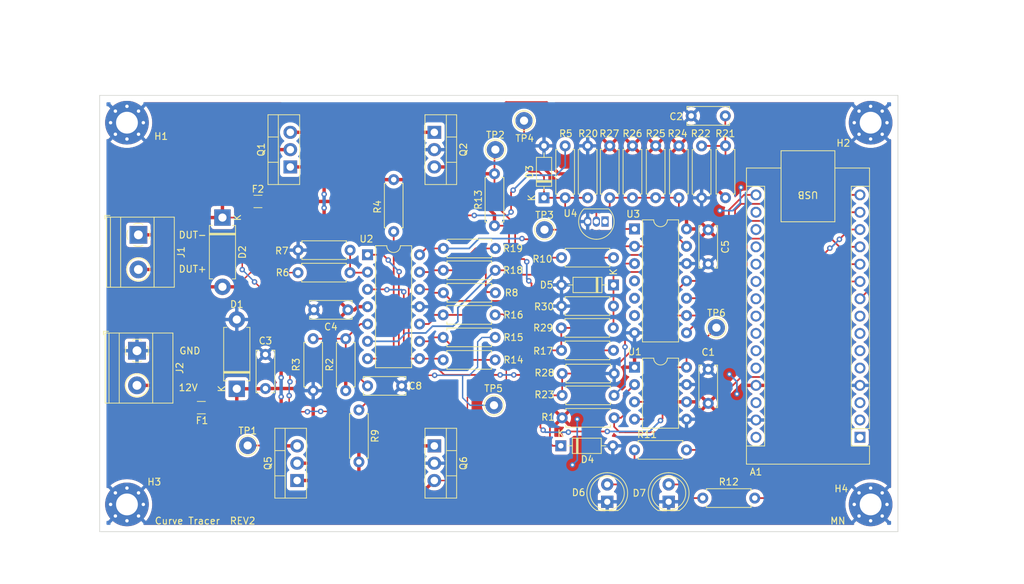
<source format=kicad_pcb>
(kicad_pcb (version 20221018) (generator pcbnew)
  (title_block (title "USB Curve Tracer Layout") (date "2023-08-10") (rev "2"))
  (layers (0 "F.Cu" signal) (31 "B.Cu" signal) (34 "B.Paste" user) (35 "F.Paste" user) (36 "B.SilkS" user "B.Silkscreen") (37 "F.SilkS" user "F.Silkscreen") (38 "B.Mask" user) (39 "F.Mask" user) (44 "Edge.Cuts" user))
  (net 0 "")
  (net 1 "GND")
  (net 4 "+5V")
  (net 10 "Net-(A1-D6)")
  (net 11 "Net-(A1-D7)")
  (net 12 "Net-(A1-D8)")
  (net 13 "Net-(A1-D9)")
  (net 14 "Net-(A1-D10)")
  (net 15 "Net-(A1-D11)")
  (net 16 "+12V")
  (net 17 "Net-(A1-D12)")
  (net 18 "Net-(A1-D13)")
  (net 31 "Net-(U2B-+)")
  (net 32 "/IV_Variation/DUT-")
  (net 33 "/IV_Variation/DUT+")
  (net 34 "Net-(D6-A)")
  (net 35 "Net-(D7-A)")
  (net 36 "Net-(J2-Pin_2)")
  (net 37 "Net-(F2-Pad2)")
  (net 38 "/IV_Variation/Vmiddle")
  (net 39 "V{slash}2")
  (net 40 "Net-(Q1-B)")
  (net 41 "Net-(R4-Pad1)")
  (net 42 "Net-(U2A--)")
  (net 43 "Net-(Q5-B)")
  (net 44 "Net-(U2D-+)")
  (net 45 "Net-(R9-Pad1)")
  (net 46 "Net-(U2C--)")
  (net 47 "/IV_Variation/DUT_V")
  (net 48 "Net-(U2C-+)")
  (net 49 "Net-(U2D--)")
  (net 50 "/IV_Variation/DUT_I")
  (net 51 "Net-(R14-Pad2)")
  (net 52 "/IV_Variation/VADJ")
  (net 56 "Net-(R19-Pad2)")
  (net 57 "Net-(#FLG03-pwr)")
  (footprint "Resistor_THT:R_Axial_DIN0207_L6.3mm_D2.5mm_P7.62mm_Horizontal" (layer "F.Cu") (at 164.492056 76.382944 -90)
    (fp_text reference "R25")
    (fp_text value "10k")
  )
  (footprint "Resistor_THT:R_Axial_DIN0207_L6.3mm_D2.5mm_P7.62mm_Horizontal" (layer "F.Cu") (at 150.79 116.3)
    (fp_text reference "R1")
    (fp_text value "10k")
  )
  (footprint "Resistor_THT:R_Axial_DIN0207_L6.3mm_D2.5mm_P7.62mm_Horizontal" (layer "F.Cu") (at 150.79 109.8)
    (fp_text reference "R28")
    (fp_text value "1k")
  )
  (footprint "TestPoint:TestPoint_THTPad_D2.5mm_Drill1.2mm" (layer "F.Cu") (at 104.697056 120.352944)
    (fp_text reference "TP1")
    (fp_text value "4952")
  )
  (footprint "Diode_THT:D_DO-35_SOD27_P7.62mm_Horizontal" (layer "F.Cu") (at 158.31 96.8 180)
    (fp_text reference "D5")
    (fp_text value "BZX79-C2V4")
  )
  (footprint "Diode_THT:D_DO-15_P10.16mm_Horizontal" (layer "F.Cu") (at 100.997056 86.917944 -90)
    (fp_text reference "D2")
    (fp_text value "SA13CA")
  )
  (footprint "Resistor_THT:R_Axial_DIN0207_L6.3mm_D2.5mm_P7.62mm_Horizontal" (layer "F.Cu") (at 171.397056 128.067944)
    (fp_text reference "R12")
    (fp_text value "619")
  )
  (footprint "Diode_THT:D_DO-35_SOD27_P7.62mm_Horizontal" (layer "F.Cu") (at 148.127056 84.017944 90)
    (fp_text reference "D3")
    (fp_text value "BZX79-C2V4")
  )
  (footprint "TestPoint:TestPoint_THTPad_D2.5mm_Drill1.2mm" (layer "F.Cu") (at 148.2 88.7)
    (fp_text reference "TP3")
    (fp_text value "4952")
  )
  (footprint "Package_TO_SOT_THT:TO-220-3_Vertical" (layer "F.Cu") (at 111.942056 125.492944 90)
    (fp_text reference "Q5")
    (fp_text value "TIP122")
  )
  (footprint "Resistor_THT:R_Axial_DIN0207_L6.3mm_D2.5mm_P7.62mm_Horizontal" (layer "F.Cu") (at 154.527056 84.017944 90)
    (fp_text reference "R20")
    (fp_text value "1k")
  )
  (footprint "Package_DIP:DIP-8_W7.62mm" (layer "F.Cu") (at 161.397056 108.872944)
    (fp_text reference "U1")
    (fp_text value "MCP4911")
  )
  (footprint "Diode_THT:D_DO-35_SOD27_P7.62mm_Horizontal" (layer "F.Cu") (at 150.59 120.4)
    (fp_text reference "D4")
    (fp_text value "BZX79-C2V4")
  )
  (footprint "MountingHole:MountingHole_3.2mm_M3_Pad_Via" (layer "F.Cu") (at 196 73)
    (fp_text reference "H2")
    (fp_text value "M3")
  )
  (footprint "Resistor_THT:R_Axial_DIN0207_L6.3mm_D2.5mm_P7.62mm_Horizontal" (layer "F.Cu") (at 140.967056 107.797944 180)
    (fp_text reference "R14")
    (fp_text value "10k+/-0.1%")
  )
  (footprint "Resistor_THT:R_Axial_DIN0207_L6.3mm_D2.5mm_P7.62mm_Horizontal" (layer "F.Cu") (at 171.227056 76.407944 -90)
    (fp_text reference "R22")
    (fp_text value "10k")
  )
  (footprint "MountingHole:MountingHole_3.2mm_M3_Pad_Via" (layer "F.Cu") (at 87 73)
    (fp_text reference "H1")
    (fp_text value "M3")
  )
  (footprint "Resistor_THT:R_Axial_DIN0207_L6.3mm_D2.5mm_P7.62mm_Horizontal" (layer "F.Cu") (at 157.762056 76.387944 -90)
    (fp_text reference "R27")
    (fp_text value "10k")
  )
  (footprint "Package_TO_SOT_THT:TO-220-3_Vertical" (layer "F.Cu") (at 110.942056 79.492944 90)
    (fp_text reference "Q1")
    (fp_text value "TIP122")
  )
  (footprint "Resistor_THT:R_Axial_DIN0207_L6.3mm_D2.5mm_P7.62mm_Horizontal" (layer "F.Cu") (at 119.067056 112.307944 90)
    (fp_text reference "R2")
    (fp_text value "10k")
  )
  (footprint "Resistor_THT:R_Axial_DIN0207_L6.3mm_D2.5mm_P7.62mm_Horizontal" (layer "F.Cu") (at 161.39 121)
    (fp_text reference "R11")
    (fp_text value "619")
  )
  (footprint "TerminalBlock_Phoenix:TerminalBlock_Phoenix_MKDS-1,5-2-5.08_1x02_P5.08mm_Horizontal" (layer "F.Cu") (at 88.470169 106.453452 -90)
    (fp_text reference "J2")
    (fp_text value "Power Input")
  )
  (footprint "Package_TO_SOT_THT:TO-220-3_Vertical" (layer "F.Cu") (at 132.052056 74.412944 -90)
    (fp_text reference "Q2")
    (fp_text value "TIP127")
  )
  (footprint "Resistor_THT:R_Axial_DIN0207_L6.3mm_D2.5mm_P7.62mm_Horizontal" (layer "F.Cu") (at 151.227056 76.397944 -90)
    (fp_text reference "R5")
    (fp_text value "4.7k")
  )
  (footprint "Capacitor_THT:C_Disc_D6.0mm_W2.5mm_P5.00mm" (layer "F.Cu") (at 174.7 72 180)
    (fp_text reference "C2")
    (fp_text value "0.1uF")
  )
  (footprint "TerminalBlock_Phoenix:TerminalBlock_Phoenix_MKDS-1,5-2-5.08_1x02_P5.08mm_Horizontal" (layer "F.Cu") (at 88.677669 89.453452 -90)
    (fp_text reference "J1")
    (fp_text value "DUT Connector")
  )
  (footprint "Package_DIP:DIP-14_W7.62mm" (layer "F.Cu") (at 161.397056 88.587944)
    (fp_text reference "U3")
    (fp_text value "MCP3204")
  )
  (footprint "Capacitor_THT:C_Disc_D6.0mm_W2.5mm_P5.00mm" (layer "F.Cu") (at 107.297056 111.997944 90)
    (fp_text reference "C3")
    (fp_text value "10uF")
  )
  (footprint "LED_THT:LED_D5.0mm" (layer "F.Cu") (at 157.397056 128.607944 90)
    (fp_text reference "D6")
    (fp_text value "WP7113SGD")
  )
  (footprint "Fuse:Fuse_1206_3216Metric_Pad1.42x1.75mm_HandSolder" (layer "F.Cu") (at 97.9 114.8)
    (fp_text reference "F1")
    (fp_text value "2A")
  )
  (footprint "Capacitor_THT:C_Disc_D6.0mm_W2.5mm_P5.00mm" (layer "F.Cu") (at 172.197056 88.712944 -90)
    (fp_text reference "C5")
    (fp_text value "0.1uF")
  )
  (footprint "Resistor_THT:R_Axial_DIN0207_L6.3mm_D2.5mm_P7.62mm_Horizontal" (layer "F.Cu") (at 158.31 106.4 180)
    (fp_text reference "R17")
    (fp_text value "10k+/-0.1%")
  )
  (footprint "Capacitor_THT:C_Disc_D6.0mm_W2.5mm_P5.00mm" (layer "F.Cu") (at 122.267056 111.612944)
    (fp_text reference "C8")
    (fp_text value "0.1uF")
  )
  (footprint "Resistor_THT:R_Axial_DIN0207_L6.3mm_D2.5mm_P7.62mm_Horizontal" (layer "F.Cu") (at 167.892056 76.387944 -90)
    (fp_text reference "R24")
    (fp_text value "10k")
  )
  (footprint "Resistor_THT:R_Axial_DIN0207_L6.3mm_D2.5mm_P7.62mm_Horizontal" (layer "F.Cu") (at 150.69 92.8)
    (fp_text reference "R10")
    (fp_text value "250k+/-0.1%")
  )
  (footprint "Resistor_THT:R_Axial_DIN0207_L6.3mm_D2.5mm_P7.62mm_Horizontal" (layer "F.Cu") (at 126.097056 88.972944 90)
    (fp_text reference "R4")
    (fp_text value "1k")
  )
  (footprint "Resistor_THT:R_Axial_DIN0207_L6.3mm_D2.5mm_P7.62mm_Horizontal" (layer "F.Cu") (at 158.31 99.9 180)
    (fp_text reference "R30")
    (fp_text value "1k")
  )
  (footprint "Resistor_THT:R_Axial_DIN0207_L6.3mm_D2.5mm_P7.62mm_Horizontal" (layer "F.Cu") (at 140.997056 97.952944 180)
    (fp_text reference "R8")
    (fp_text value "10k+/-0.1%")
  )
  (footprint "Resistor_THT:R_Axial_DIN0207_L6.3mm_D2.5mm_P7.62mm_Horizontal" (layer "F.Cu") (at 161.092056 76.387944 -90)
    (fp_text reference "R26")
    (fp_text value "10k")
  )
  (footprint "MountingHole:MountingHole_3.2mm_M3_Pad_Via" (layer "F.Cu") (at 196 129)
    (fp_text reference "H4")
    (fp_text value "M3")
  )
  (footprint "Resistor_THT:R_Axial_DIN0207_L6.3mm_D2.5mm_P7.62mm_Horizontal" (layer "F.Cu") (at 174.727056 84.007944 90)
    (fp_text reference "R21")
    (fp_text value "14k")
  )
  (footprint "Resistor_THT:R_Axial_DIN0207_L6.3mm_D2.5mm_P7.62mm_Horizontal" (layer "F.Cu") (at 140.967056 104.497944 180)
    (fp_text reference "R15")
    (fp_text value "10k+/-0.1%")
  )
  (footprint "Resistor_THT:R_Axial_DIN0207_L6.3mm_D2.5mm_P7.62mm_Horizontal" (layer "F.Cu") (at 140.967056 101.197944 180)
    (fp_text reference "R16")
    (fp_text value "10k+/-0.1%")
  )
  (footprint "TestPoint:TestPoint_THTPad_D2.5mm_Drill1.2mm" (layer "F.Cu") (at 145.2 72.7)
    (fp_text reference "TP4")
    (fp_text value "4952")
  )
  (footprint "Module:Arduino_Nano" (layer "F.Cu") (at 194.437056 119.152944 180)
    (fp_text reference "A1")
    (fp_text value "Arduino_Nano_v3.x")
  )
  (footprint "Diode_THT:D_DO-15_P10.16mm_Horizontal" (layer "F.Cu") (at 103.097056 112.032944 90)
    (fp_text reference "D1")
    (fp_text value "SA13A")
  )
  (footprint "Package_TO_SOT_THT:TO-92_Inline" (layer "F.Cu") (at 157.07 87.5 180)
    (fp_text reference "U4")
    (fp_text value "LM385BZ-2.5")
  )
  (footprint "TestPoint:TestPoint_THTPad_D2.5mm_Drill1.2mm" (layer "F.Cu") (at 140.997056 76.952944)
    (fp_text reference "TP2")
    (fp_text value "4952")
  )
  (footprint "Capacitor_THT:C_Disc_D6.0mm_W2.5mm_P5.00mm" (layer "F.Cu") (at 172.197056 114.172944 90)
    (fp_text reference "C1")
    (fp_text value "0.1uF")
  )
  (footprint "MountingHole:MountingHole_3.2mm_M3_Pad_Via" (layer "F.Cu") (at 87 129)
    (fp_text reference "H3")
    (fp_text value "M3")
  )
  (footprint "Resistor_THT:R_Axial_DIN0207_L6.3mm_D2.5mm_P7.62mm_Horizontal" (layer "F.Cu") (at 140.997056 91.452944 180)
    (fp_text reference "R19")
    (fp_text value "250k+/-0.1%")
  )
  (footprint "Package_TO_SOT_THT:TO-220-3_Vertical" (layer "F.Cu") (at 132.052056 120.412944 -90)
    (fp_text reference "Q6")
    (fp_text value "TIP127")
  )
  (footprint "Resistor_THT:R_Axial_DIN0207_L6.3mm_D2.5mm_P7.62mm_Horizontal" (layer "F.Cu") (at 140.867056 88.112944 90)
    (fp_text reference "R13")
    (fp_text value "0.1+/-0.1%")
  )
  (footprint "Resistor_THT:R_Axial_DIN0207_L6.3mm_D2.5mm_P7.62mm_Horizontal" (layer "F.Cu") (at 150.66 103.105)
    (fp_text reference "R29")
    (fp_text value "4.7k")
  )
  (footprint "Resistor_THT:R_Axial_DIN0207_L6.3mm_D2.5mm_P7.62mm_Horizontal" (layer "F.Cu") (at 158.4 113 180)
    (fp_text reference "R23")
    (fp_text value "3240")
  )
  (footprint "Resistor_THT:R_Axial_DIN0207_L6.3mm_D2.5mm_P7.62mm_Horizontal" (layer "F.Cu") (at 140.987056 94.652944 180)
    (fp_text reference "R18")
    (fp_text value "10k+/-0.1%")
  )
  (footprint "Fuse:Fuse_1206_3216Metric_Pad1.42x1.75mm_HandSolder" (layer "F.Cu") (at 106.197056 84.552944)
    (fp_text reference "F2")
    (fp_text value "1A")
  )
  (footprint "LED_THT:LED_D5.0mm" (layer "F.Cu") (at 166.397056 128.607944 90)
    (fp_text reference "D7")
    (fp_text value "WP7113ID")
  )
  (footprint "Resistor_THT:R_Axial_DIN0207_L6.3mm_D2.5mm_P7.62mm_Horizontal" (layer "F.Cu") (at 120.997056 115.142944 -90)
    (fp_text reference "R9")
    (fp_text value "1k")
  )
  (footprint "Capacitor_THT:C_Disc_D6.0mm_W2.5mm_P5.00mm" (layer "F.Cu") (at 119.387056 100.452944 180)
    (fp_text reference "C4")
    (fp_text value "0.1uF")
  )
  (footprint "Package_DIP:DIP-14_W7.62mm" (layer "F.Cu") (at 122.267056 92.372944)
    (fp_text reference "U2")
    (fp_text value "LMC6484IN")
  )
  (footprint "TestPoint:TestPoint_THTPad_D2.5mm_Drill1.2mm" (layer "F.Cu") (at 140.797056 114.452944)
    (fp_text reference "TP5")
    (fp_text value "TestPoint")
  )
  (footprint "TestPoint:TestPoint_THTPad_D2.5mm_Drill1.2mm" (layer "F.Cu") (at 173.397056 103.067944)
    (fp_text reference "TP6")
    (fp_text value "TestPoint")
  )
  (footprint "Resistor_THT:R_Axial_DIN0207_L6.3mm_D2.5mm_P7.62mm_Horizontal" (layer "F.Cu") (at 119.71 91.7 180)
    (fp_text reference "R7")
    (fp_text value "10k")
  )
  (footprint "Resistor_THT:R_Axial_DIN0207_L6.3mm_D2.5mm_P7.62mm_Horizontal" (layer "F.Cu") (at 114.297056 104.687944 -90)
    (fp_text reference "R3")
    (fp_text value "10k")
  )
  (footprint "Resistor_THT:R_Axial_DIN0207_L6.3mm_D2.5mm_P7.62mm_Horizontal" (layer "F.Cu") (at 119.687056 94.997944 180)
    (fp_text reference "R6")
    (fp_text value "10k")
  )
  (gr_line (start 200 69) (end 200 133) (stroke (width 0.1)) (layer "Edge.Cuts"))
  (gr_line (start 200 133) (end 83 133) (stroke (width 0.1)) (layer "Edge.Cuts"))
  (gr_line (start 83 133) (end 83 69) (stroke (width 0.1)) (layer "Edge.Cuts"))
  (gr_line (start 83 69) (end 200 69) (stroke (width 0.1)) (layer "Edge.Cuts"))
  (gr_text "12V" (at 94.500169 112.453452) (layer "F.SilkS") (effects (font (size 1 1)) (justify left bottom)))
  (gr_text "MN" (at 190 132) (layer "F.SilkS") (effects (font (size 1 1)) (justify left bottom)))
  (gr_text "REV2" (at 102 132) (layer "F.SilkS") (effects (font (size 1 1)) (justify left bottom)))
  (gr_text "DUT+" (at 94.500169 95.053452) (layer "F.SilkS") (effects (font (size 1 1)) (justify left bottom)))
  (gr_text "DUT-" (at 94.500169 90.053452) (layer "F.SilkS") (effects (font (size 1 1)) (justify left bottom)))
  (gr_text "Curve Tracer" (at 91 132) (layer "F.SilkS") (effects (font (size 1 1)) (justify left bottom)))
  (gr_text "GND" (at 94.600169 107.053452) (layer "F.SilkS") (effects (font (size 1 1)) (justify left bottom)))
  (via (at 153 116.5) (size 0.8) (drill 0.4) (layers "F.Cu" "B.Cu") (net 4))
  (via (at 175.3 109.9) (size 0.8) (drill 0.4) (layers "F.Cu" "B.Cu") (net 4))
  (via (at 176.4 112.8) (size 0.8) (drill 0.4) (layers "F.Cu" "B.Cu") (net 4))
  (via (at 173.9 85.9) (size 0.8) (drill 0.4) (layers "F.Cu" "B.Cu") (net 4))
  (via (at 152.3 123.2) (size 0.8) (drill 0.4) (layers "F.Cu" "B.Cu") (net 4))
  (via (at 177 82.5) (size 0.8) (drill 0.4) (layers "F.Cu" "B.Cu") (net 4))
  (segment (start 175.8 85.9) (end 176.9 84.8) (width 0.25) (layer "B.Cu") (net 4))
  (segment (start 173.9 85.9) (end 175.8 85.9) (width 0.25) (layer "B.Cu") (net 4))
  (segment (start 175.3 109.9) (end 176.4 111) (width 0.25) (layer "B.Cu") (net 4))
  (segment (start 153 116.5) (end 153 122.5) (width 0.25) (layer "B.Cu") (net 4))
  (segment (start 176.9 84.8) (end 176.9 82.6) (width 0.25) (layer "B.Cu") (net 4))
  (segment (start 176.9 82.6) (end 177 82.5) (width 0.25) (layer "B.Cu") (net 4))
  (segment (start 153 122.5) (end 152.3 123.2) (width 0.25) (layer "B.Cu") (net 4))
  (segment (start 176.4 111) (end 176.4 112.8) (width 0.25) (layer "B.Cu") (net 4))
  (segment (start 174.727056 79.407944) (end 175.627056 80.307944) (width 0.25) (layer "F.Cu") (net 10))
  (segment (start 195.527056 80.307944) (end 196.527056 81.307944) (width 0.25) (layer "F.Cu") (net 10))
  (segment (start 175.627056 80.307944) (end 195.527056 80.307944) (width 0.25) (layer "F.Cu") (net 10))
  (segment (start 196.527056 96.742944) (end 194.437056 98.832944) (width 0.25) (layer "F.Cu") (net 10))
  (segment (start 174.707056 76.407944) (end 174.727056 76.387944) (width 0.25) (layer "F.Cu") (net 10))
  (segment (start 196.527056 81.307944) (end 196.527056 96.742944) (width 0.25) (layer "F.Cu") (net 10))
  (segment (start 174.7 76.360888) (end 174.727056 76.387944) (width 0.25) (layer "F.Cu") (net 10))
  (segment (start 171.227056 76.407944) (end 174.707056 76.407944) (width 0.25) (layer "F.Cu") (net 10))
  (segment (start 174.727056 76.387944) (end 174.727056 79.407944) (width 0.25) (layer "F.Cu") (net 10))
  (segment (start 174.7 72) (end 174.7 76.360888) (width 0.25) (layer "F.Cu") (net 10))
  (segment (start 182.167056 128.067944) (end 189.527056 120.707944) (width 0.25) (layer "F.Cu") (net 11))
  (segment (start 189.527056 98.107944) (end 191.342056 96.292944) (width 0.25) (layer "F.Cu") (net 11))
  (segment (start 191.342056 96.292944) (end 194.437056 96.292944) (width 0.25) (layer "F.Cu") (net 11))
  (segment (start 189.527056 120.707944) (end 189.527056 98.107944) (width 0.25) (layer "F.Cu") (net 11))
  (segment (start 179.017056 128.067944) (end 182.167056 128.067944) (width 0.25) (layer "F.Cu") (net 11))
  (segment (start 174.819112 121) (end 175.627056 121.807944) (width 0.25) (layer "F.Cu") (net 12))
  (segment (start 169.01 121) (end 174.819112 121) (width 0.25) (layer "F.Cu") (net 12))
  (segment (start 175.627056 121.807944) (end 185.927056 121.807944) (width 0.25) (layer "F.Cu") (net 12))
  (segment (start 185.927056 121.807944) (end 187.527056 120.207944) (width 0.25) (layer "F.Cu") (net 12))
  (segment (start 187.527056 97.907944) (end 191.682056 93.752944) (width 0.25) (layer "F.Cu") (net 12))
  (segment (start 191.682056 93.752944) (end 194.437056 93.752944) (width 0.25) (layer "F.Cu") (net 12))
  (segment (start 187.527056 120.207944) (end 187.527056 97.907944) (width 0.25) (layer "F.Cu") (net 12))
  (segment (start 177.827056 90.307944) (end 178.127056 90.007944) (width 0.25) (layer "F.Cu") (net 13))
  (segment (start 177.827056 95.207944) (end 177.827056 90.307944) (width 0.25) (layer "F.Cu") (net 13))
  (segment (start 190.227056 90.007944) (end 191.432056 91.212944) (width 0.25) (layer "F.Cu") (net 13))
  (segment (start 172.127056 100.707944) (end 172.327056 100.707944) (width 0.25) (layer "F.Cu") (net 13))
  (segment (start 178.127056 90.007944) (end 190.227056 90.007944) (width 0.25) (layer "F.Cu") (net 13))
  (segment (start 172.127056 100.717944) (end 172.127056 100.707944) (width 0.25) (layer "F.Cu") (net 13))
  (segment (start 169.017056 103.827944) (end 172.127056 100.717944) (width 0.25) (layer "F.Cu") (net 13))
  (segment (start 191.432056 91.212944) (end 194.437056 91.212944) (width 0.25) (layer "F.Cu") (net 13))
  (segment (start 172.327056 100.707944) (end 177.827056 95.207944) (width 0.25) (layer "F.Cu") (net 13))
  (segment (start 158.41 117.61) (end 159.2 118.4) (width 0.25) (layer "F.Cu") (net 14))
  (segment (start 185.227056 110.307944) (end 177.027056 110.307944) (width 0.25) (layer "F.Cu") (net 14))
  (segment (start 174.727056 112.607944) (end 174.727056 116.807944) (width 0.25) (layer "F.Cu") (net 14))
  (segment (start 186.627056 108.907944) (end 185.227056 110.307944) (width 0.25) (layer "F.Cu") (net 14))
  (segment (start 159.8 113.01) (end 161.397056 111.412944) (width 0.25) (layer "F.Cu") (net 14))
  (segment (start 158.41 116.3) (end 158.41 117.61) (width 0.25) (layer "F.Cu") (net 14))
  (segment (start 173.127056 118.407944) (end 160.027056 118.407944) (width 0.25) (layer "F.Cu") (net 14))
  (segment (start 186.627056 94.807944) (end 186.627056 108.907944) (width 0.25) (layer "F.Cu") (net 14))
  (segment (start 159.2 118.4) (end 160.019112 118.4) (width 0.25) (layer "F.Cu") (net 14))
  (segment (start 192.862056 88.672944) (end 194.437056 88.672944) (width 0.25) (layer "F.Cu") (net 14))
  (segment (start 158.41 116.3) (end 159.4 116.3) (width 0.25) (layer "F.Cu") (net 14))
  (segment (start 177.027056 110.307944) (end 174.727056 112.607944) (width 0.25) (layer "F.Cu") (net 14))
  (segment (start 174.727056 116.807944) (end 173.127056 118.407944) (width 0.25) (layer "F.Cu") (net 14))
  (segment (start 160.019112 118.4) (end 160.027056 118.407944) (width 0.25) (layer "F.Cu") (net 14))
  (segment (start 190.027056 91.407944) (end 186.627056 94.807944) (width 0.25) (layer "F.Cu") (net 14))
  (segment (start 159.8 115.9) (end 159.8 113.01) (width 0.25) (layer "F.Cu") (net 14))
  (segment (start 191.427056 90.107944) (end 192.862056 88.672944) (width 0.25) (layer "F.Cu") (net 14))
  (segment (start 159.4 116.3) (end 159.8 115.9) (width 0.25) (layer "F.Cu") (net 14))
  (via (at 190.027056 91.407944) (size 0.8) (drill 0.4) (layers "F.Cu" "B.Cu") (net 14))
  (via (at 191.427056 90.107944) (size 0.8) (drill 0.4) (layers "F.Cu" "B.Cu") (net 14))
  (segment (start 190.127056 91.407944) (end 191.427056 90.107944) (width 0.25) (layer "B.Cu") (net 14))
  (segment (start 190.027056 91.407944) (end 190.127056 91.407944) (width 0.25) (layer "B.Cu") (net 14))
  (segment (start 170.347056 101.287944) (end 172.027056 99.607944) (width 0.25) (layer "F.Cu") (net 15))
  (segment (start 164.627056 115.507944) (end 164.627056 104.107944) (width 0.25) (layer "F.Cu") (net 15))
  (segment (start 177.827056 87.407944) (end 189.027056 87.407944) (width 0.25) (layer "F.Cu") (net 15))
  (segment (start 172.427056 99.607944) (end 177.027056 95.007944) (width 0.25) (layer "F.Cu") (net 15))
  (segment (start 189.027056 87.407944) (end 190.302056 86.132944) (width 0.25) (layer "F.Cu") (net 15))
  (segment (start 164.627056 104.107944) (end 167.447056 101.287944) (width 0.25) (layer "F.Cu") (net 15))
  (segment (start 172.027056 99.607944) (end 172.427056 99.607944) (width 0.25) (layer "F.Cu") (net 15))
  (segment (start 177.027056 88.207944) (end 177.827056 87.407944) (width 0.25) (layer "F.Cu") (net 15))
  (segment (start 163.642056 116.492944) (end 164.627056 115.507944) (width 0.25) (layer "F.Cu") (net 15))
  (segment (start 169.017056 101.287944) (end 170.347056 101.287944) (width 0.25) (layer "F.Cu") (net 15))
  (segment (start 167.447056 101.287944) (end 169.017056 101.287944) (width 0.25) (layer "F.Cu") (net 15))
  (segment (start 190.302056 86.132944) (end 194.437056 86.132944) (width 0.25) (layer "F.Cu") (net 15))
  (segment (start 161.397056 116.492944) (end 163.642056 116.492944) (width 0.25) (layer "F.Cu") (net 15))
  (segment (start 177.027056 95.007944) (end 177.027056 88.207944) (width 0.25) (layer "F.Cu") (net 15))
  (segment (start 115.9 96.965888) (end 119.387056 100.452944) (width 0.5) (layer "F.Cu") (net 16))
  (segment (start 108.4 77) (end 108.4 72.3) (width 0.5) (layer "F.Cu") (net 16))
  (segment (start 114.3 122.3) (end 113.647056 122.952944) (width 0.5) (layer "F.Cu") (net 16))
  (segment (start 118.6 110.2) (end 119.067056 110.667056) (width 0.5) (layer "F.Cu") (net 16))
  (segment (start 112.1 105.9) (end 112.1 103) (width 0.5) (layer "F.Cu") (net 16))
  (segment (start 150.3 80.5) (end 171.219112 80.5) (width 0.5) (layer "F.Cu") (net 16))
  (segment (start 112.1 103) (end 112.5 102.6) (width 0.5) (layer "F.Cu") (net 16))
  (segment (start 114.3 114.5) (end 114.3 122.3) (width 0.5) (layer "F.Cu") (net 16))
  (segment (start 113.647056 122.952944) (end 111.942056 122.952944) (width 0.5) (layer "F.Cu") (net 16))
  (segment (start 120.807056 99.992944) (end 122.267056 99.992944) (width 0.5) (layer "F.Cu") (net 16))
  (segment (start 112 111.6) (end 112 110.9) (width 0.5) (layer "F.Cu") (net 16))
  (segment (start 109.7 71) (end 141.7 71) (width 0.5) (layer "F.Cu") (net 16))
  (segment (start 111.75 111.85) (end 112.3 112.4) (width 0.5) (layer "F.Cu") (net 16))
  (segment (start 112.3 112.4) (end 112.3 114) (width 0.5) (layer "F.Cu") (net 16))
  (segment (start 149.6 79.8) (end 150.3 80.5) (width 0.5) (layer "F.Cu") (net 16))
  (segment (start 141.7 71) (end 142.6 70.1) (width 0.5) (layer "F.Cu") (net 16))
  (segment (start 112.3 114) (end 112.6 114.3) (width 0.5) (layer "F.Cu") (net 16))
  (segment (start 108.4 78.2) (end 108.4 81.1) (width 0.5) (layer "F.Cu") (net 16))
  (segment (start 115.9 82.2) (end 115.9 83.5) (width 0.5) (layer "F.Cu") (net 16))
  (segment (start 114.1 114.3) (end 114.3 114.5) (width 0.5) (layer "F.Cu") (net 16))
  (segment (start 111.75 111.85) (end 112 111.6) (width 0.5) (layer "F.Cu") (net 16))
  (segment (start 108.4 78.2) (end 108.4 77) (width 0.5) (layer "F.Cu") (net 16))
  (segment (start 103.097056 112.032944) (end 107.262056 112.032944) (width 0.5) (layer "F.Cu") (net 16))
  (segment (start 120.347056 100.452944) (end 120.807056 99.992944) (width 0.5) (layer "F.Cu") (net 16))
  (segment (start 112.6 114.3) (end 114.1 114.3) (width 0.5) (layer "F.Cu") (net 16))
  (segment (start 113.5 110.2) (end 118.6 110.2) (width 0.5) (layer "F.Cu") (net 16))
  (segment (start 113 81.9) (end 115.6 81.9) (width 0.5) (layer "F.Cu") (net 16))
  (segment (start 108.4 72.3) (end 109.7 71) (width 0.5) (layer "F.Cu") (net 16))
  (segment (start 108.9 77) (end 108.4 77) (width 0.5) (layer "F.Cu") (net 16))
  (segment (start 115.6 81.9) (end 115.9 82.2) (width 0.5) (layer "F.Cu") (net 16))
  (segment (start 108.6 81.3) (end 109.2 81.9) (width 0.5) (layer "F.Cu") (net 16))
  (segment (start 112.7 110.2) (end 113.5 110.2) (width 0.5) (layer "F.Cu") (net 16))
  (segment (start 171.219112 80.5) (end 174.727056 84.007944) (width 0.5) (layer "F.Cu") (net 16))
  (segment (start 107.297056 111.997944) (end 111.602056 111.997944) (width 0.5) (layer "F.Cu") (net 16))
  (segment (start 110.942056 76.952944) (end 108.947056 76.952944) (width 0.5) (layer "F.Cu") (net 16))
  (segment (start 112 110.9) (end 112.7 110.2) (width 0.5) (layer "F.Cu") (net 16))
  (segment (start 119.387056 100.452944) (end 120.347056 100.452944) (width 0.5) (layer "F.Cu") (net 16))
  (segment (start 117.24 102.6) (end 119.387056 100.452944) (width 0.5) (layer "F.Cu") (net 16))
  (segment (start 108.4 81.1) (end 108.6 81.3) (width 0.5) (layer "F.Cu") (net 16))
  (segment (start 113.5 110.2) (end 113.5 107.3) (width 0.5) (layer "F.Cu") (net 16))
  (segment (start 112.5 102.6) (end 117.24 102.6) (width 0.5) (layer "F.Cu") (net 16))
  (segment (start 111.602056 111.997944) (end 111.75 111.85) (width 0.5) (layer "F.Cu") (net 16))
  (segment (start 148.5 70.1) (end 149.6 71.2) (width 0.5) (layer "F.Cu") (net 16))
  (segment (start 142.6 70.1) (end 148.5 70.1) (width 0.5) (layer "F.Cu") (net 16))
  (segment (start 103.097056 114.002944) (end 103.097056 112.032944) (width 0.5) (layer "F.Cu") (net 16))
  (segment (start 109.2 81.9) (end 113 81.9) (width 0.5) (layer "F.Cu") (net 16))
  (segment (start 102.3 114.8) (end 103.097056 114.002944) (width 0.5) (layer "F.Cu") (net 16))
  (segment (start 113.5 107.3) (end 112.1 105.9) (width 0.5) (layer "F.Cu") (net 16))
  (segment (start 119.067056 110.667056) (end 119.067056 112.307944) (width 0.5) (layer "F.Cu") (net 16))
  (segment (start 107.262056 112.032944) (end 107.297056 111.997944) (width 0.5) (layer "F.Cu") (net 16))
  (segment (start 108.947056 76.952944) (end 108.9 77) (width 0.5) (layer "F.Cu") (net 16))
  (segment (start 115.9 85.5) (end 115.9 96.965888) (width 0.5) (layer "F.Cu") (net 16))
  (segment (start 99.3875 114.8) (end 102.3 114.8) (width 0.5) (layer "F.Cu") (net 16))
  (segment (start 149.6 71.2) (end 149.6 79.8) (width 0.5) (layer "F.Cu") (net 16))
  (via (at 115.9 83.5) (size 0.8) (drill 0.4) (layers "F.Cu" "B.Cu") (net 16))
  (via (at 115.9 85.5) (size 0.8) (drill 0.4) (layers "F.Cu" "B.Cu") (net 16))
  (segment (start 115.9 83.5) (end 115.9 85.5) (width 0.5) (layer "B.Cu") (net 16))
  (segment (start 177.027056 84.907944) (end 187.927056 84.907944) (width 0.25) (layer "F.Cu") (net 17))
  (segment (start 169.017056 98.747944) (end 172.287056 98.747944) (width 0.25) (layer "F.Cu") (net 17))
  (segment (start 176.127056 94.907944) (end 176.127056 85.807944) (width 0.25) (layer "F.Cu") (net 17))
  (segment (start 189.242056 83.592944) (end 194.437056 83.592944) (width 0.25) (layer "F.Cu") (net 17))
  (segment (start 172.287056 98.747944) (end 176.127056 94.907944) (width 0.25) (layer "F.Cu") (net 17))
  (segment (start 176.127056 85.807944) (end 177.027056 84.907944) (width 0.25) (layer "F.Cu") (net 17))
  (segment (start 187.927056 84.907944) (end 189.242056 83.592944) (width 0.25) (layer "F.Cu") (net 17))
  (segment (start 177.442056 83.592944) (end 175.227056 85.807944) (width 0.25) (layer "F.Cu") (net 18))
  (segment (start 161.397056 113.952944) (end 162.882056 113.952944) (width 0.25) (layer "F.Cu") (net 18))
  (segment (start 169.017056 96.207944) (end 174.027056 96.207944) (width 0.25) (layer "F.Cu") (net 18))
  (segment (start 179.197056 83.592944) (end 177.442056 83.592944) (width 0.25) (layer "F.Cu") (net 18))
  (segment (start 175.227056 85.807944) (end 175.227056 95.007944) (width 0.25) (layer "F.Cu") (net 18))
  (segment (start 174.027056 96.207944) (end 175.227056 95.007944) (width 0.25) (layer "F.Cu") (net 18))
  (segment (start 163.527056 101.697944) (end 169.017056 96.207944) (width 0.25) (layer "F.Cu") (net 18))
  (segment (start 162.882056 113.952944) (end 163.527056 113.307944) (width 0.25) (layer "F.Cu") (net 18))
  (segment (start 163.527056 113.307944) (end 163.527056 101.697944) (width 0.25) (layer "F.Cu") (net 18))
  (segment (start 114.297056 104.687944) (end 119.067056 104.687944) (width 0.25) (layer "F.Cu") (net 31))
  (segment (start 121.222056 102.532944) (end 122.267056 102.532944) (width 0.25) (layer "F.Cu") (net 31))
  (segment (start 119.067056 104.687944) (end 121.222056 102.532944) (width 0.25) (layer "F.Cu") (net 31))
  (segment (start 119.067056 104.687944) (end 119.067056 108.412944) (width 0.25) (layer "F.Cu") (net 31))
  (segment (start 119.067056 108.412944) (end 122.267056 111.612944) (width 0.25) (layer "F.Cu") (net 31))
  (segment (start 103.897056 87.902944) (end 103.9 87.9) (width 0.25) (layer "F.Cu") (net 32))
  (segment (start 132.097056 110.052944) (end 130.497056 110.052944) (width 0.2) (layer "F.Cu") (net 32))
  (segment (start 110.772757 114.228645) (end 111.949986 115.405874) (width 0.2) (layer "F.Cu") (net 32))
  (segment (start 119.797056 116.852944) (end 118.297056 115.352944) (width 0.2) (layer "F.Cu") (net 32))
  (segment (start 123.597056 116.852944) (end 119.797056 116.852944) (width 0.2) (layer "F.Cu") (net 32))
  (segment (start 129.897056 110.652944) (end 129.897056 112.752944) (width 0.2) (layer "F.Cu") (net 32))
  (segment (start 129.897056 112.752944) (end 128.197056 114.452944) (width 0.2) (layer "F.Cu") (net 32))
  (segment (start 102.917944 86.917944) (end 103.9 87.9) (width 0.25) (layer "F.Cu") (net 32))
  (segment (start 110.895617 101.551505) (end 110.895617 110.996321) (width 0.2) (layer "F.Cu") (net 32))
  (segment (start 103.897056 92.352944) (end 103.897056 94.552944) (width 0.2) (layer "F.Cu") (net 32))
  (segment (start 125.997056 114.452944) (end 123.597056 116.852944) (width 0.2) (layer "F.Cu") (net 32))
  (segment (start 111.949986 115.405874) (end 113.4505 115.405874) (width 0.2) (layer "F.Cu") (net 32))
  (segment (start 100.997056 84.902944) (end 101.4 84.5) (width 0.5) (layer "F.Cu") (net 32))
  (segment (start 98.282056 86.917944) (end 100.997056 86.917944) (width 0.5) (layer "F.Cu") (net 32))
  (segment (start 110.772757 113.036121) (end 110.772757 114.228645) (width 0.2) (layer "F.Cu") (net 32))
  (segment (start 97.346548 89.453452) (end 98 88.8) (width 0.5) (layer "F.Cu") (net 32))
  (segment (start 98 87.2) (end 98.282056 86.917944) (width 0.5) (layer "F.Cu") (net 32))
  (segment (start 118.297056 115.352944) (end 115.397056 115.352944) (width 0.2) (layer "F.Cu") (net 32))
  (segment (start 103.897056 92.352944) (end 103.897056 87.902944) (width 0.25) (layer "F.Cu") (net 32))
  (segment (start 100.997056 86.917944) (end 102.917944 86.917944) (width 0.25) (layer "F.Cu") (net 32))
  (segment (start 101.4 84.5) (end 104.656612 84.5) (width 0.5) (layer "F.Cu") (net 32))
  (segment (start 98 88.8) (end 98 87.2) (width 0.5) (layer "F.Cu") (net 32))
  (segment (start 88.677669 89.453452) (end 97.346548 89.453452) (width 0.5) (layer "F.Cu") (net 32))
  (segment (start 100.997056 86.917944) (end 100.997056 84.902944) (width 0.5) (layer "F.Cu") (net 32))
  (segment (start 105.697056 96.352944) (end 110.895617 101.551505) (width 0.2) (layer "F.Cu") (net 32))
  (segment (start 130.497056 110.052944) (end 129.897056 110.652944) (width 0.2) (layer "F.Cu") (net 32))
  (segment (start 104.656612 84.5) (end 104.709556 84.552944) (width 0.5) (layer "F.Cu") (net 32))
  (segment (start 128.197056 114.452944) (end 125.997056 114.452944) (width 0.2) (layer "F.Cu") (net 32))
  (via (at 113.4505 115.405874) (size 0.8) (drill 0.4) (layers "F.Cu" "B.Cu") (net 32))
  (via (at 115.397056 115.352944) (size 0.8) (drill 0.4) (layers "F.Cu" "B.Cu") (net 32))
  (via (at 132.097056 110.052944) (size 0.8) (drill 0.4) (layers "F.Cu" "B.Cu") (net 32))
  (via (at 110.895617 110.996321) (size 0.8) (drill 0.4) (layers "F.Cu" "B.Cu") (net 32))
  (via (at 105.697056 96.352944) (size 0.8) (drill 0.4) (layers "F.Cu" "B.Cu") (net 32))
  (via (at 103.897056 94.552944) (size 0.8) (drill 0.4) (layers "F.Cu" "B.Cu") (net 32))
  (via (at 110.772757 113.036121) (size 0.8) (drill 0.4) (layers "F.Cu" "B.Cu") (net 32))
  (segment (start 115.397056 115.352944) (end 113.50343 115.352944) (width 0.2) (layer "B.Cu") (net 32))
  (segment (start 110.772757 111.119181) (end 110.772757 113.036121) (width 0.2) (layer "B.Cu") (net 32))
  (segment (start 136.197056 113.352944) (end 137.297056 114.452944) (width 0.2) (layer "B.Cu") (net 32))
  (segment (start 136.197056 110.052944) (end 137.197056 110.052944) (width 0.2) (layer "B.Cu") (net 32))
  (segment (start 132.097056 110.052944) (end 136.197056 110.052944) (width 0.2) (layer "B.Cu") (net 32))
  (segment (start 138.397056 108.852944) (end 138.397056 105.152944) (width 0.2) (layer "B.Cu") (net 32))
  (segment (start 139.052056 104.497944) (end 140.967056 104.497944) (width 0.2) (layer "B.Cu") (net 32))
  (segment (start 137.297056 114.452944) (end 140.797056 114.452944) (width 0.2) (layer "B.Cu") (net 32))
  (segment (start 110.895617 110.996321) (end 110.772757 111.119181) (width 0.2) (layer "B.Cu") (net 32))
  (segment (start 113.50343 115.352944) (end 113.4505 115.405874) (width 0.2) (layer "B.Cu") (net 32))
  (segment (start 137.197056 110.052944) (end 138.397056 108.852944) (width 0.2) (layer "B.Cu") (net 32))
  (segment (start 103.897056 94.552944) (end 105.697056 96.352944) (width 0.2) (layer "B.Cu") (net 32))
  (segment (start 138.397056 105.152944) (end 139.052056 104.497944) (width 0.2) (layer "B.Cu") (net 32))
  (segment (start 136.197056 110.052944) (end 136.197056 113.352944) (width 0.2) (layer "B.Cu") (net 32))
  (segment (start 109.6 120.412944) (end 109.387056 120.412944) (width 0.5) (layer "F.Cu") (net 33))
  (segment (start 136.9 113.3) (end 138.6 111.6) (width 0.2) (layer "F.Cu") (net 33))
  (segment (start 98.3 97.1) (end 98.322056 97.077944) (width 0.5) (layer "F.Cu") (net 33))
  (segment (start 109.387056 120.412944) (end 109.2 120.6) (width 0.5) (layer "F.Cu") (net 33))
  (segment (start 111.942056 120.412944) (end 109.6 120.412944) (width 0.5) (layer "F.Cu") (net 33))
  (segment (start 136.107056 125.492944) (end 136.9 124.7) (width 0.2) (layer "F.Cu") (net 33))
  (segment (start 105.102056 94.997944) (end 104.2 95.9) (width 0.2) (layer "F.Cu") (net 33))
  (segment (start 104.697056 120.352944) (end 106.452944 120.352944) (width 0.25) (layer "F.Cu") (net 33))
  (segment (start 104.2 95.9) (end 104.2 97.077944) (width 0.2) (layer "F.Cu") (net 33))
  (segment (start 142.1 101.1) (end 141.065 101.1) (width 0.2) (layer "F.Cu") (net 33))
  (segment (start 129.645 127.9) (end 132.052056 125.492944) (width 0.5) (layer "F.Cu") (net 33))
  (segment (start 142.6 111.3) (end 142.6 101.6) (width 0.2) (layer "F.Cu") (net 33))
  (segment (start 142.3 111.6) (end 142.6 111.3) (width 0.2) (layer "F.Cu") (net 33))
  (segment (start 109.6 102.3) (end 109.6 110.4) (width 0.5) (layer "F.Cu") (net 33))
  (segment (start 112.067056 94.997944) (end 105.102056 94.997944) (width 0.2) (layer "F.Cu") (net 33))
  (segment (start 96.933452 94.533452) (end 97.8 95.4) (width 0.5) (layer "F.Cu") (net 33))
  (segment (start 106.452944 120.352944) (end 107.4 121.3) (width 0.25) (layer "F.Cu") (net 33))
  (segment (start 109.2 120.6) (end 109.2 121.3) (width 0.5) (layer "F.Cu") (net 33))
  (segment (start 132.052056 125.492944) (end 136.107056 125.492944) (width 0.2) (layer "F.Cu") (net 33))
  (segment (start 142.6 101.6) (end 142.1 101.1) (width 0.2) (layer "F.Cu") (net 33))
  (segment (start 97.8 95.4) (end 97.8 96.6) (width 0.5) (layer "F.Cu") (net 33))
  (segment (start 98.322056 97.077944) (end 100.997056 97.077944) (width 0.5) (layer "F.Cu") (net 33))
  (segment (start 97.8 96.6) (end 98.3 97.1) (width 0.5) (layer "F.Cu") (net 33))
  (segment (start 104.377944 97.077944) (end 109.1 101.8) (width 0.5) (layer "F.Cu") (net 33))
  (segment (start 107.4 121.3) (end 109.2 121.3) (width 0.25) (layer "F.Cu") (net 33))
  (segment (start 109.4 127.9) (end 129.645 127.9) (width 0.5) (layer "F.Cu") (net 33))
  (segment (start 109.1 101.8) (end 109.6 102.3) (width 0.5) (layer "F.Cu") (net 33))
  (segment (start 109.6 113.2) (end 109.6 120.412944) (width 0.5) (layer "F.Cu") (net 33))
  (segment (start 109.2 127.7) (end 109.4 127.9) (width 0.5) (layer "F.Cu") (net 33))
  (segment (start 109.2 121.3) (end 109.2 127.7) (width 0.5) (layer "F.Cu") (net 33))
  (segment (start 138.6 111.6) (end 142.3 111.6) (width 0.2) (layer "F.Cu") (net 33))
  (segment (start 88.677669 94.533452) (end 96.933452 94.533452) (width 0.5) (layer "F.Cu") (net 33))
  (segment (start 100.997056 97.077944) (end 104.377944 97.077944) (width 0.5) (layer "F.Cu") (net 33))
  (segment (start 141.065 101.1) (end 140.967056 101.197944) (width 0.2) (layer "F.Cu") (net 33))
  (segment (start 136.9 124.7) (end 136.9 113.3) (width 0.2) (layer "F.Cu") (net 33))
  (via (at 109.6 110.4) (size 0.8) (drill 0.4) (layers "F.Cu" "B.Cu") (net 33))
  (via (at 109.6 113.2) (size 0.8) (drill 0.4) (layers "F.Cu" "B.Cu") (net 33))
  (segment (start 109.6 110.4) (end 109.6 113.2) (width 0.5) (layer "B.Cu") (net 33))
  (segment (start 157.397056 126.067944) (end 160.532056 126.067944) (width 0.25) (layer "F.Cu") (net 34))
  (segment (start 161.39 125.21) (end 161.39 121) (width 0.25) (layer "F.Cu") (net 34))
  (segment (start 160.532056 126.067944) (end 161.39 125.21) (width 0.25) (layer "F.Cu") (net 34))
  (segment (start 169.327056 126.507944) (end 169.327056 127.707944) (width 0.25) (layer "F.Cu") (net 35))
  (segment (start 169.327056 127.707944) (end 169.687056 128.067944) (width 0.25) (layer "F.Cu") (net 35))
  (segment (start 169.687056 128.067944) (end 171.397056 128.067944) (width 0.25) (layer "F.Cu") (net 35))
  (segment (start 168.887056 126.067944) (end 169.327056 126.507944) (width 0.25) (layer "F.Cu") (net 35))
  (segment (start 166.397056 126.067944) (end 168.887056 126.067944) (width 0.25) (layer "F.Cu") (net 35))
  (segment (start 93.1 112.1) (end 93.1 114.4) (width 0.5) (layer "F.Cu") (net 36))
  (segment (start 93.3 114.6) (end 96.2125 114.6) (width 0.5) (layer "F.Cu") (net 36))
  (segment (start 96.2125 114.6) (end 96.4125 114.8) (width 0.5) (layer "F.Cu") (net 36))
  (segment (start 92.533452 111.533452) (end 93.1 112.1) (width 0.5) (layer "F.Cu") (net 36))
  (segment (start 93.1 114.4) (end 93.3 114.6) (width 0.5) (layer "F.Cu") (net 36))
  (segment (start 88.470169 111.533452) (end 92.533452 111.533452) (width 0.5) (layer "F.Cu") (net 36))
  (segment (start 139.597056 93.252944) (end 139.597056 97.652944) (width 0.25) (layer "F.Cu") (net 37))
  (segment (start 142.357056 88.112944) (end 142.997056 88.752944) (width 0.25) (layer "F.Cu") (net 37))
  (segment (start 142.697056 92.852944) (end 139.997056 92.852944) (width 0.25) (layer "F.Cu") (net 37))
  (segment (start 138.952944 84.552944) (end 140.867056 86.467056) (width 0.5) (layer "F.Cu") (net 37))
  (segment (start 107.684556 84.552944) (end 138.952944 84.552944) (width 0.5) (layer "F.Cu") (net 37))
  (segment (start 140.867056 86.467056) (end 140.867056 88.112944) (width 0.5) (layer "F.Cu") (net 37))
  (segment (start 142.997056 88.752944) (end 142.997056 92.552944) (width 0.25) (layer "F.Cu") (net 37))
  (segment (start 139.797056 97.852944) (end 140.897056 97.852944) (width 0.25) (layer "F.Cu") (net 37))
  (segment (start 139.597056 97.652944) (end 139.797056 97.852944) (width 0.25) (layer "F.Cu") (net 37))
  (segment (start 139.997056 92.852944) (end 139.597056 93.252944) (width 0.25) (layer "F.Cu") (net 37))
  (segment (start 140.867056 88.112944) (end 142.357056 88.112944) (width 0.25) (layer "F.Cu") (net 37))
  (segment (start 142.997056 92.552944) (end 142.697056 92.852944) (width 0.25) (layer "F.Cu") (net 37))
  (segment (start 158.31 99.9) (end 158.31 103.075) (width 0.25) (layer "F.Cu") (net 38))
  (segment (start 159.7 94.4) (end 159.7 93.9) (width 0.25) (layer "F.Cu") (net 38))
  (segment (start 158.31 103.075) (end 158.28 103.105) (width 0.25) (layer "F.Cu") (net 38))
  (segment (start 158.31 96.8) (end 158.31 99.9) (width 0.25) (layer "F.Cu") (net 38))
  (segment (start 159.932056 93.667944) (end 161.397056 93.667944) (width 0.25) (layer "F.Cu") (net 38))
  (segment (start 159 95.1) (end 159.7 94.4) (width 0.25) (layer "F.Cu") (net 38))
  (segment (start 158.31 96.8) (end 158.31 95.39) (width 0.25) (layer "F.Cu") (net 38))
  (segment (start 159.7 93.9) (end 159.932056 93.667944) (width 0.25) (layer "F.Cu") (net 38))
  (segment (start 158.6 95.1) (end 159 95.1) (width 0.25) (layer "F.Cu") (net 38))
  (segment (start 158.31 95.39) (end 158.6 95.1) (width 0.25) (layer "F.Cu") (net 38))
  (segment (start 140.987056 94.652944) (end 143.247056 94.652944) (width 0.25) (layer "F.Cu") (net 39))
  (segment (start 143.9 94) (end 143.897056 93.997056) (width 0.25) (layer "F.Cu") (net 39))
  (segment (start 147.3 106.4) (end 146.3 105.4) (width 0.25) (layer "F.Cu") (net 39))
  (segment (start 150.66 103.105) (end 150.66 106.37) (width 0.25) (layer "F.Cu") (net 39))
  (segment (start 133.9 72.4) (end 134.3 72.8) (width 0.5) (layer "F.Cu") (net 39))
  (segment (start 146.3 105.4) (end 146.3 96.6) (width 0.25) (layer "F.Cu") (net 39))
  (segment (start 136.5 78.6) (end 136.5 79.7) (width 0.5) (layer "F.Cu") (net 39))
  (segment (start 145.2 93) (end 145.6 93.4) (width 0.25) (layer "F.Cu") (net 39))
  (segment (start 133.707056 79.492944) (end 132.052056 79.492944) (width 0.5) (layer "F.Cu") (net 39))
  (segment (start 110.942056 74.412944) (end 126.487056 74.412944) (width 0.5) (layer "F.Cu") (net 39))
  (segment (start 143.247056 94.652944) (end 143.9 94) (width 0.25) (layer "F.Cu") (net 39))
  (segment (start 143.897056 87.952944) (end 143.897056 93) (width 0.25) (layer "F.Cu") (net 39))
  (segment (start 158.31 92.8) (end 154.9 92.8) (width 0.25) (layer "F.Cu") (net 39))
  (segment (start 154.9 92.8) (end 154.1 93.6) (width 0.25) (layer "F.Cu") (net 39))
  (segment (start 136.2 78.3) (end 136.5 78.6) (width 0.5) (layer "F.Cu") (net 39))
  (segment (start 134.3 78.3) (end 136.2 78.3) (width 0.5) (layer "F.Cu") (net 39))
  (segment (start 134.3 78.9) (end 133.707056 79.492944) (width 0.5) (layer "F.Cu") (net 39))
  (segment (start 140.867056 80.492944) (end 140.867056 84.922944) (width 0.25) (layer "F.Cu") (net 39))
  (segment (start 143.897056 93.997056) (end 143.897056 93) (width 0.25) (layer "F.Cu") (net 39))
  (segment (start 140.867056 80.492944) (end 140.867056 77.082944) (width 0.25) (layer "F.Cu") (net 39))
  (segment (start 150.66 106.37) (end 150.69 106.4) (width 0.25) (layer "F.Cu") (net 39))
  (segment (start 134.3 78.3) (end 134.3 78.9) (width 0.5) (layer "F.Cu") (net 39))
  (segment (start 154.1 93.6) (end 154.1 102.4) (width 0.25) (layer "F.Cu") (net 39))
  (segment (start 153.395 103.105) (end 150.66 103.105) (width 0.25) (layer "F.Cu") (net 39))
  (segment (start 137.292944 80.492944) (end 140.867056 80.492944) (width 0.5) (layer "F.Cu") (net 39))
  (segment (start 140.867056 84.922944) (end 143.897056 87.952944) (width 0.25) (layer "F.Cu") (net 39))
  (segment (start 143.897056 93) (end 145.2 93) (width 0.25) (layer "F.Cu") (net 39))
  (segment (start 128.5 72.4) (end 133.9 72.4) (width 0.5) (layer "F.Cu") (net 39))
  (segment (start 136.5 79.7) (end 137.292944 80.492944) (width 0.5) (layer "F.Cu") (net 39))
  (segment (start 126.487056 74.412944) (end 128.5 72.4) (width 0.5) (layer "F.Cu") (net 39))
  (segment (start 150.69 106.4) (end 147.3 106.4) (width 0.25) (layer "F.Cu") (net 39))
  (segment (start 154.1 102.4) (end 153.395 103.105) (width 0.25) (layer "F.Cu") (net 39))
  (segment (start 134.3 72.8) (end 134.3 78.3) (width 0.5) (layer "F.Cu") (net 39))
  (segment (start 146.3 96.6) (end 145.9 96.2) (width 0.25) (layer "F.Cu") (net 39))
  (via (at 145.6 93.4) (size 0.8) (drill 0.4) (layers "F.Cu" "B.Cu") (net 39))
  (via (at 145.9 96.2) (size 0.8) (drill 0.4) (layers "F.Cu" "B.Cu") (net 39))
  (segment (start 134.797056 102.852944) (end 135.497056 102.152944) (width 0.25) (layer "B.Cu") (net 39))
  (segment (start 130.797056 103.852944) (end 131.797056 102.852944) (width 0.25) (layer "B.Cu") (net 39))
  (segment (start 126.677056 105.072944) (end 127.897056 103.852944) (width 0.25) (layer "B.Cu") (net 39))
  (segment (start 135.497056 102.152944) (end 135.497056 100.142944) (width 0.25) (layer "B.Cu") (net 39))
  (segment (start 135.497056 100.142944) (end 140.987056 94.652944) (width 0.25) (layer "B.Cu") (net 39))
  (segment (start 145.6 93.4) (end 145.6 95.9) (width 0.25) (layer "B.Cu") (net 39))
  (segment (start 145.6 95.9) (end 145.9 96.2) (width 0.25) (layer "B.Cu") (net 39))
  (segment (start 127.897056 103.852944) (end 130.797056 103.852944) (width 0.25) (layer "B.Cu") (net 39))
  (segment (start 131.797056 102.852944) (end 134.797056 102.852944) (width 0.25) (layer "B.Cu") (net 39))
  (segment (start 122.267056 105.072944) (end 126.677056 105.072944) (width 0.25) (layer "B.Cu") (net 39))
  (segment (start 127.647056 81.352944) (end 128.5 80.5) (width 0.5) (layer "F.Cu") (net 40))
  (segment (start 118.792944 79.492944) (end 120.652944 81.352944) (width 0.5) (layer "F.Cu") (net 40))
  (segment (start 120.652944 81.352944) (end 126.097056 81.352944) (width 0.5) (layer "F.Cu") (net 40))
  (segment (start 126.097056 81.352944) (end 127.647056 81.352944) (width 0.5) (layer "F.Cu") (net 40))
  (segment (start 130.087056 74.412944) (end 132.052056 74.412944) (width 0.5) (layer "F.Cu") (net 40))
  (segment (start 110.942056 79.492944) (end 118.792944 79.492944) (width 0.5) (layer "F.Cu") (net 40))
  (segment (start 128.5 76) (end 130.087056 74.412944) (width 0.5) (layer "F.Cu") (net 40))
  (segment (start 128.5 80.5) (end 128.5 76) (width 0.5) (layer "F.Cu") (net 40))
  (segment (start 126.097056 88.972944) (end 126.097056 105.952944) (width 0.25) (layer "F.Cu") (net 41))
  (segment (start 124.437056 107.612944) (end 122.267056 107.612944) (width 0.25) (layer "F.Cu") (net 41))
  (segment (start 126.097056 105.952944) (end 124.437056 107.612944) (width 0.25) (layer "F.Cu") (net 41))
  (segment (start 119.71 94.975) (end 119.687056 94.997944) (width 0.25) (layer "F.Cu") (net 42))
  (segment (start 119.687056 94.997944) (end 122.182056 94.997944) (width 0.25) (layer "F.Cu") (net 42))
  (segment (start 119.71 91.7) (end 119.71 94.975) (width 0.25) (layer "F.Cu") (net 42))
  (segment (start 111.942056 125.492944) (end 118.267056 125.492944) (width 0.5) (layer "F.Cu") (net 43))
  (segment (start 120.997056 121.102944) (end 121.687056 120.412944) (width 0.5) (layer "F.Cu") (net 43))
  (segment (start 118.274112 125.5) (end 118.267056 125.492944) (width 0.5) (layer "F.Cu") (net 43))
  (segment (start 121.687056 120.412944) (end 132.052056 120.412944) (width 0.5) (layer "F.Cu") (net 43))
  (segment (start 120.3 125.5) (end 118.274112 125.5) (width 0.5) (layer "F.Cu") (net 43))
  (segment (start 120.997056 124.802944) (end 120.3 125.5) (width 0.5) (layer "F.Cu") (net 43))
  (segment (start 120.997056 122.762944) (end 120.997056 124.802944) (width 0.5) (layer "F.Cu") (net 43))
  (segment (start 120.997056 122.762944) (end 120.997056 121.102944) (width 0.5) (layer "F.Cu") (net 43))
  (segment (start 129.887056 97.452944) (end 131.197056 97.452944) (width 0.25) (layer "F.Cu") (net 44))
  (segment (start 143.4 98.636688) (end 143.4 95.9) (width 0.25) (layer "F.Cu") (net 44))
  (segment (start 134.574611 99.150499) (end 142.886189 99.150499) (width 0.25) (layer "F.Cu") (net 44))
  (segment (start 149.1 94.3) (end 149.1 93.1) (width 0.25) (layer "F.Cu") (net 44))
  (segment (start 131.197056 97.452944) (end 131.697056 97.952944) (width 0.25) (layer "F.Cu") (net 44))
  (segment (start 143.4 95.9) (end 144 95.3) (width 0.25) (layer "F.Cu") (net 44))
  (segment (start 142.886189 99.150499) (end 143.4 98.636688) (width 0.25) (layer "F.Cu") (net 44))
  (segment (start 149.4 92.8) (end 150.69 92.8) (width 0.25) (layer "F.Cu") (net 44))
  (segment (start 149.1 93.1) (end 149.4 92.8) (width 0.25) (layer "F.Cu") (net 44))
  (segment (start 133.377056 97.952944) (end 134.574611 99.150499) (width 0.25) (layer "F.Cu") (net 44))
  (segment (start 147.5 95.3) (end 148.1 95.3) (width 0.25) (layer "F.Cu") (net 44))
  (segment (start 144 95.3) (end 147.5 95.3) (width 0.25) (layer "F.Cu") (net 44))
  (segment (start 131.697056 97.952944) (end 133.377056 97.952944) (width 0.25) (layer "F.Cu") (net 44))
  (segment (start 148.1 95.3) (end 149.1 94.3) (width 0.25) (layer "F.Cu") (net 44))
  (segment (start 126.851 109.289) (end 120.997056 115.142944) (width 0.25) (layer "F.Cu") (net 45))
  (segment (start 124.517056 92.372944) (end 125.297056 93.152944) (width 0.25) (layer "F.Cu") (net 45))
  (segment (start 126.851 94.899) (end 126.851 109.289) (width 0.25) (layer "F.Cu") (net 45))
  (segment (start 126.897056 94.852944) (end 126.851 94.899) (width 0.25) (layer "F.Cu") (net 45))
  (segment (start 122.267056 92.372944) (end 124.517056 92.372944) (width 0.25) (layer "F.Cu") (net 45))
  (via (at 125.297056 93.152944) (size 0.8) (drill 0.4) (layers "F.Cu" "B.Cu") (net 45))
  (via (at 126.897056 94.852944) (size 0.8) (drill 0.4) (layers "F.Cu" "B.Cu") (net 45))
  (segment (start 125.297056 93.152944) (end 125.297056 93.252944) (width 0.25) (layer "B.Cu") (net 45))
  (segment (start 125.297056 93.252944) (end 126.897056 94.852944) (width 0.25) (layer "B.Cu") (net 45))
  (segment (start 129.887056 105.072944) (end 131.177056 105.072944) (width 0.25) (layer "F.Cu") (net 46))
  (segment (start 131.752056 104.497944) (end 133.347056 104.497944) (width 0.25) (layer "F.Cu") (net 46))
  (segment (start 133.347056 104.497944) (end 136.647056 107.797944) (width 0.25) (layer "F.Cu") (net 46))
  (segment (start 136.647056 107.797944) (end 140.967056 107.797944) (width 0.25) (layer "F.Cu") (net 46))
  (segment (start 131.177056 105.072944) (end 131.752056 104.497944) (width 0.25) (layer "F.Cu") (net 46))
  (segment (start 153.5 90) (end 158.4 90) (width 0.25) (layer "F.Cu") (net 47))
  (segment (start 146 80.2) (end 147.4 80.2) (width 0.25) (layer "F.Cu") (net 47))
  (segment (start 145.2 72.7) (end 145.2 79.4) (width 0.25) (layer "F.Cu") (net 47))
  (segment (start 158.4 90) (end 159.812056 88.587944) (width 0.25) (layer "F.Cu") (net 47))
  (segment (start 147.4 80.2) (end 148.127056 80.927056) (width 0.25) (layer "F.Cu") (net 47))
  (segment (start 151.227056 84.017944) (end 154.527056 84.017944) (width 0.25) (layer "F.Cu") (net 47))
  (segment (start 145.2 79.4) (end 146 80.2) (width 0.25) (layer "F.Cu") (net 47))
  (segment (start 148.127056 84.017944) (end 151.227056 84.017944) (width 0.25) (layer "F.Cu") (net 47))
  (segment (start 148.127056 80.927056) (end 148.127056 84.017944) (width 0.25) (layer "F.Cu") (net 47))
  (segment (start 159.812056 88.587944) (end 161.397056 88.587944) (width 0.25) (layer "F.Cu") (net 47))
  (segment (start 151.227056 87.727056) (end 153.5 90) (width 0.25) (layer "F.Cu") (net 47))
  (segment (start 151.227056 84.017944) (end 151.227056 87.727056) (width 0.25) (layer "F.Cu") (net 47))
  (segment (start 137.902056 101.197944) (end 139.5 99.6) (width 0.25) (layer "F.Cu") (net 48))
  (segment (start 131.217056 102.532944) (end 131.597056 102.152944) (width 0.25) (layer "F.Cu") (net 48))
  (segment (start 131.852056 101.197944) (end 133.347056 101.197944) (width 0.25) (layer "F.Cu") (net 48))
  (segment (start 133.347056 101.197944) (end 137.902056 101.197944) (width 0.25) (layer "F.Cu") (net 48))
  (segment (start 153.7 106.4) (end 158.31 106.4) (width 0.25) (layer "F.Cu") (net 48))
  (segment (start 139.5 99.6) (end 144.5 99.6) (width 0.25) (layer "F.Cu") (net 48))
  (segment (start 144.5 99.6) (end 145.6 100.7) (width 0.25) (layer "F.Cu") (net 48))
  (segment (start 131.597056 101.452944) (end 131.852056 101.197944) (width 0.25) (layer "F.Cu") (net 48))
  (segment (start 152.2 107.9) (end 153.7 106.4) (width 0.25) (layer "F.Cu") (net 48))
  (segment (start 131.597056 102.152944) (end 131.597056 101.452944) (width 0.25) (layer "F.Cu") (net 48))
  (segment (start 129.887056 102.532944) (end 131.217056 102.532944) (width 0.25) (layer "F.Cu") (net 48))
  (segment (start 147.2 107.9) (end 152.2 107.9) (width 0.25) (layer "F.Cu") (net 48))
  (segment (start 145.6 100.7) (end 145.6 106.3) (width 0.25) (layer "F.Cu") (net 48))
  (segment (start 145.6 106.3) (end 147.2 107.9) (width 0.25) (layer "F.Cu") (net 48))
  (segment (start 129.887056 94.912944) (end 131.337056 94.912944) (width 0.25) (layer "F.Cu") (net 49))
  (segment (start 131.597056 94.652944) (end 133.367056 94.652944) (width 0.25) (layer "F.Cu") (net 49))
  (segment (start 137.097056 93.752944) (end 137.097056 92.452944) (width 0.25) (layer "F.Cu") (net 49))
  (segment (start 138.097056 91.452944) (end 137.097056 92.452944) (width 0.25) (layer "F.Cu") (net 49))
  (segment (start 133.367056 94.652944) (end 136.197056 94.652944) (width 0.25) (layer "F.Cu") (net 49))
  (segment (start 131.337056 94.912944) (end 131.597056 94.652944) (width 0.25) (layer "F.Cu") (net 49))
  (segment (start 136.197056 94.652944) (end 137.097056 93.752944) (width 0.25) (layer "F.Cu") (net 49))
  (segment (start 140.997056 91.452944) (end 138.097056 91.452944) (width 0.25) (layer "F.Cu") (net 49))
  (segment (start 162.9 104.5) (end 159.3 108.1) (width 0.25) (layer "F.Cu") (net 50))
  (segment (start 159.927944 91.127944) (end 161.397056 91.127944) (width 0.25) (layer "F.Cu") (net 50))
  (segment (start 161.397056 91.127944) (end 162.528426 91.127944) (width 0.25) (layer "F.Cu") (net 50))
  (segment (start 149 113.5) (end 149 120) (width 0.25) (layer "F.Cu") (net 50))
  (segment (start 156.3 108.1) (end 154.6 109.8) (width 0.25) (layer "F.Cu") (net 50))
  (segment (start 164.2 95.1) (end 162.9 96.4) (width 0.25) (layer "F.Cu") (net 50))
  (segment (start 152.6 90.6) (end 159.4 90.6) (width 0.25) (layer "F.Cu") (net 50))
  (segment (start 162.528426 91.127944) (end 164.2 92.799518) (width 0.25) (layer "F.Cu") (net 50))
  (segment (start 150.79 112.99) (end 150.78 113) (width 0.25) (layer "F.Cu") (net 50))
  (segment (start 148.2 88.7) (end 150.7 88.7) (width 0.25) (layer "F.Cu") (net 50))
  (segment (start 159.4 90.6) (end 159.927944 91.127944) (width 0.25) (layer "F.Cu") (net 50))
  (segment (start 154.6 109.8) (end 150.79 109.8) (width 0.25) (layer "F.Cu") (net 50))
  (segment (start 159.3 108.1) (end 156.3 108.1) (width 0.25) (layer "F.Cu") (net 50))
  (segment (start 149 120) (end 149.4 120.4) (width 0.25) (layer "F.Cu") (net 50))
  (segment (start 150.79 109.8) (end 150.79 112.99) (width 0.25) (layer "F.Cu") (net 50))
  (segment (start 150.7 88.7) (end 152.6 90.6) (width 0.25) (layer "F.Cu") (net 50))
  (segment (start 164.2 92.799518) (end 164.2 95.1) (width 0.25) (layer "F.Cu") (net 50))
  (segment (start 149.5 113) (end 149 113.5) (width 0.25) (layer "F.Cu") (net 50))
  (segment (start 162.9 96.4) (end 162.9 104.5) (width 0.25) (layer "F.Cu") (net 50))
  (segment (start 150.78 113) (end 149.5 113) (width 0.25) (layer "F.Cu") (net 50))
  (segment (start 149.4 120.4) (end 150.59 120.4) (width 0.25) (layer "F.Cu") (net 50))
  (segment (start 143.3 86.1) (end 143.3 83.2) (width 0.25) (layer "F.Cu") (net 51))
  (segment (start 129.887056 107.612944) (end 133.162056 107.612944) (width 0.25) (layer "F.Cu") (net 51))
  (segment (start 128.7 89.9) (end 132 86.6) (width 0.25) (layer "F.Cu") (net 51))
  (segment (start 128.612944 107.612944) (end 128.3 107.3) (width 0.25) (layer "F.Cu") (net 51))
  (segment (start 128.3 107.3) (end 128.3 90.3) (width 0.25) (layer "F.Cu") (net 51))
  (segment (start 132 86.6) (end 137.9 86.6) (width 0.25) (layer "F.Cu") (net 51))
  (segment (start 129.887056 107.612944) (end 128.612944 107.612944) (width 0.25) (layer "F.Cu") (net 51))
  (segment (start 143.3 83.2) (end 143.6 82.9) (width 0.25) (layer "F.Cu") (net 51))
  (segment (start 128.3 90.3) (end 128.7 89.9) (width 0.25) (layer "F.Cu") (net 51))
  (segment (start 133.162056 107.612944) (end 133.347056 107.797944) (width 0.25) (layer "F.Cu") (net 51))
  (via (at 137.9 86.6) (size 0.8) (drill 0.4) (layers "F.Cu" "B.Cu") (net 51))
  (via (at 143.3 86.1) (size 0.8) (drill 0.4) (layers "F.Cu" "B.Cu") (net 51))
  (via (at 143.6 82.9) (size 0.8) (drill 0.4) (layers "F.Cu" "B.Cu") (net 51))
  (segment (start 151.227056 76.397944) (end 151.227056 79.372944) (width 0.25) (layer "B.Cu") (net 51))
  (segment (start 145.8 80.7) (end 143.6 82.9) (width 0.25) (layer "B.Cu") (net 51))
  (segment (start 149.9 80.7) (end 145.8 80.7) (width 0.25) (layer "B.Cu") (net 51))
  (segment (start 137.9 86.6) (end 142.8 86.6) (width 0.25) (layer "B.Cu") (net 51))
  (segment (start 142.8 86.6) (end 143.3 86.1) (width 0.25) (layer "B.Cu") (net 51))
  (segment (start 151.227056 79.372944) (end 149.9 80.7) (width 0.25) (layer "B.Cu") (net 51))
  (segment (start 143.7 110) (end 147.1 110) (width 0.25) (layer "F.Cu") (net 52))
  (segment (start 165.7 109.3) (end 165.5 109.5) (width 0.25) (layer "F.Cu") (net 52))
  (segment (start 157.4 118.3) (end 151.8 118.3) (width 0.25) (layer "F.Cu") (net 52))
  (segment (start 147.6 110.5) (end 147.6 117.7) (width 0.25) (layer "F.Cu") (net 52))
  (segment (start 122.267056 97.452944) (end 125.052944 97.452944) (width 0.25) (layer "F.Cu") (net 52))
  (segment (start 125.052944 97.452944) (end 125.1 97.5) (width 0.25) (layer "F.Cu") (net 52))
  (segment (start 151.8 118.3) (end 151.7 118.4) (width 0.25) (layer "F.Cu") (net 52))
  (segment (start 127.5755 108.1755) (end 127.5755 97.806466) (width 0.25) (layer "F.Cu") (net 52))
  (segment (start 165.5 116.4) (end 165.2 116.7) (width 0.25) (layer "F.Cu") (net 52))
  (segment (start 165.5 109.5) (end 165.5 116.4) (width 0.25) (layer "F.Cu") (net 52))
  (segment (start 147.6 117.7) (end 148 118.1) (width 0.25) (layer "F.Cu") (net 52))
  (segment (start 169.017056 108.872944) (end 166.127056 108.872944) (width 0.25) (layer "F.Cu") (net 52))
  (segment (start 141.7 110) (end 133.5 110) (width 0.25) (layer "F.Cu") (net 52))
  (segment (start 132.6 109.1) (end 128.5 109.1) (width 0.25) (layer "F.Cu") (net 52))
  (segment (start 147.1 110) (end 147.6 110.5) (width 0.25) (layer "F.Cu") (net 52))
  (segment (start 133.5 110) (end 132.6 109.1) (width 0.25) (layer "F.Cu") (net 52))
  (segment (start 169.017056 107.447944) (end 173.397056 103.067944) (width 0.25) (layer "F.Cu") (net 52))
  (segment (start 169.017056 108.872944) (end 169.017056 107.447944) (width 0.25) (layer "F.Cu") (net 52))
  (segment (start 128.5 109.1) (end 127.5755 108.1755) (width 0.25) (layer "F.Cu") (net 52))
  (segment (start 166.127056 108.872944) (end 165.7 109.3) (width 0.25) (layer "F.Cu") (net 52))
  (via (at 165.2 116.7) (size 0.8) (drill 0.4) (layers "F.Cu" "B.Cu") (net 52))
  (via (at 141.7 110) (size 0.8) (drill 0.4) (layers "F.Cu" "B.Cu") (net 52))
  (via (at 157.4 118.3) (size 0.8) (drill 0.4) (layers "F.Cu" "B.Cu") (net 52))
  (via (at 148 118.1) (size 0.8) (drill 0.4) (layers "F.Cu" "B.Cu") (net 52))
  (via (at 125.1 97.5) (size 0.8) (drill 0.4) (layers "F.Cu" "B.Cu") (net 52))
  (via (at 151.7 118.4) (size 0.8) (drill 0.4) (layers "F.Cu" "B.Cu") (net 52))
  (via (at 127.5755 97.806466) (size 0.8) (drill 0.4) (layers "F.Cu" "B.Cu") (net 52))
  (via (at 143.7 110) (size 0.8) (drill 0.4) (layers "F.Cu" "B.Cu") (net 52))
  (segment (start 125.1 97.5) (end 127.269034 97.5) (width 0.25) (layer "B.Cu") (net 52))
  (segment (start 163.6 118.3) (end 157.4 118.3) (width 0.25) (layer "B.Cu") (net 52))
  (segment (start 165.2 116.7) (end 163.6 118.3) (width 0.25) (layer "B.Cu") (net 52))
  (segment (start 127.269034 97.5) (end 127.5755 97.806466) (width 0.25) (layer "B.Cu") (net 52))
  (segment (start 141.7 110) (end 143.7 110) (width 0.25) (layer "B.Cu") (net 52))
  (segment (start 148.3 118.4) (end 148 118.1) (width 0.25) (layer "B.Cu") (net 52))
  (segment (start 151.7 118.4) (end 148.3 118.4) (width 0.25) (layer "B.Cu") (net 52))
  (segment (start 160 105.9) (end 160 95.4) (width 0.25) (layer "F.Cu") (net 56))
  (segment (start 163.1 92.8) (end 162.7 92.4) (width 0.25) (layer "F.Cu") (net 56))
  (segment (start 130.807056 91.452944) (end 129.887056 92.372944) (width 0.25) (layer "F.Cu") (net 56))
  (segment (start 160.4 92.4) (end 159.1 91.1) (width 0.25) (layer "F.Cu") (net 56))
  (segment (start 160.5 94.9) (end 162.6 94.9) (width 0.25) (layer "F.Cu") (net 56))
  (segment (start 133.377056 91.452944) (end 130.807056 91.452944) (width 0.25) (layer "F.Cu") (net 56))
  (segment (start 160 95.4) (end 160.5 94.9) (width 0.25) (layer "F.Cu") (net 56))
  (segment (start 145 90.1) (end 144.9 90) (width 0.25) (layer "F.Cu") (net 56))
  (segment (start 146.3 90.1) (end 145 90.1) (width 0.25) (layer "F.Cu") (net 56))
  (segment (start 162.6 94.9) (end 163.1 94.4) (width 0.25) (layer "F.Cu") (net 56))
  (segment (start 163.1 94.4) (end 163.1 92.8) (width 0.25) (layer "F.Cu") (net 56))
  (segment (start 159.1 91.1) (end 147.3 91.1) (width 0.25) (layer "F.Cu") (net 56))
  (segment (start 162.7 92.4) (end 160.4 92.4) (width 0.25) (layer "F.Cu") (net 56))
  (segment (start 147.3 91.1) (end 146.3 90.1) (width 0.25) (layer "F.Cu") (net 56))
  (via (at 144.9 90) (size 0.8) (drill 0.4) (layers "F.Cu" "B.Cu") (net 56))
  (via (at 160 105.9) (size 0.8) (drill 0.4) (layers "F.Cu" "B.Cu") (net 56))
  (segment (start 133.377056 91.452944) (end 137.147056 91.452944) (width 0.25) (layer "B.Cu") (net 56))
  (segment (start 137.147056 91.452944) (end 138.6 90) (width 0.25) (layer "B.Cu") (net 56))
  (segment (start 158.4 113) (end 160 111.4) (width 0.25) (layer "B.Cu") (net 56))
  (segment (start 160 111.4) (end 160 105.9) (width 0.25) (layer "B.Cu") (net 56))
  (segment (start 138.6 90) (end 144.9 90) (width 0.25) (layer "B.Cu") (net 56))
  (segment (start 167.892056 84.007944) (end 167.892056 86.607944) (width 0.25) (layer "F.Cu") (net 57))
  (segment (start 167.887056 84.002944) (end 167.892056 84.007944) (width 0.25) (layer "F.Cu") (net 57))
  (segment (start 167.4 89.510888) (end 169.017056 91.127944) (width 0.25) (layer "F.Cu") (net 57))
  (segment (start 157.762056 85.237944) (end 157.762056 84.007944) (width 0.25) (layer "F.Cu") (net 57))
  (segment (start 157.2 85.7) (end 157.5 85.4) (width 0.25) (layer "F.Cu") (net 57))
  (segment (start 164.487056 84.007944) (end 164.492056 84.002944) (width 0.25) (layer "F.Cu") (net 57))
  (segment (start 167.892056 86.607944) (end 167.4 87.1) (width 0.25) (layer "F.Cu") (net 57))
  (segment (start 167.4 87.1) (end 167.4 89.510888) (width 0.25) (layer "F.Cu") (net 57))
  (segment (start 155.8 86) (end 156.1 85.7) (width 0.25) (layer "F.Cu") (net 57))
  (segment (start 157.5 85.4) (end 157.6 85.4) (width 0.25) (layer "F.Cu") (net 57))
  (segment (start 157.762056 84.007944) (end 161.092056 84.007944) (width 0.25) (layer "F.Cu") (net 57))
  (segment (start 156.1 85.7) (end 157.2 85.7) (width 0.25) (layer "F.Cu") (net 57))
  (segment (start 155.8 87.5) (end 155.8 86) (width 0.25) (layer "F.Cu") (net 57))
  (segment (start 161.092056 84.007944) (end 164.487056 84.007944) (width 0.25) (layer "F.Cu") (net 57))
  (segment (start 157.6 85.4) (end 157.762056 85.237944) (width 0.25) (layer "F.Cu") (net 57))
  (segment (start 164.492056 84.002944) (end 167.887056 84.002944) (width 0.25) (layer "F.Cu") (net 57))
  (zone (net 4) (net_name "+5V") (layer "F.Cu") (connect_pads (clearance 0.508)) (min_thickness 0.25) (fill yes (thermal_gap 0.5) (thermal_bridge_width 0.5))
    (polygon (pts (xy 84 70) (xy 199 70) (xy 199 132) (xy 84 132)))
  )
  (zone (net 1) (net_name "GND") (layer "B.Cu") (priority 1) (connect_pads (clearance 0.508)) (min_thickness 0.25) (fill yes (thermal_gap 0.5) (thermal_bridge_width 0.5))
    (polygon (pts (xy 84 70) (xy 199 70) (xy 199 132) (xy 84 132)))
  )
)
</source>
